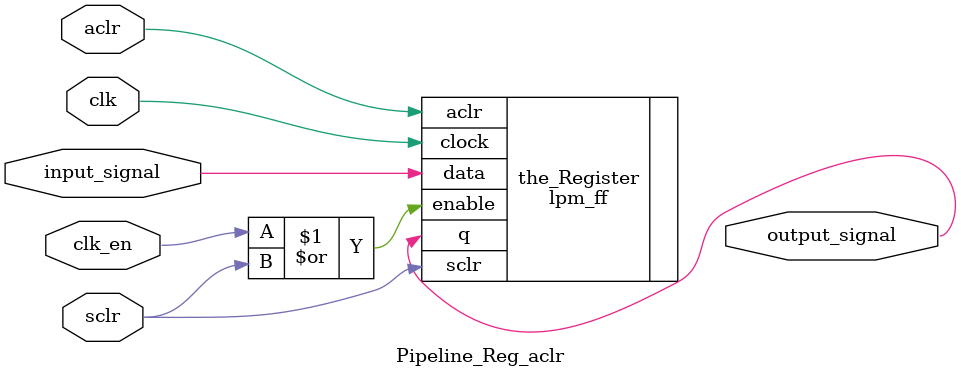
<source format=v>
/*****************************************************************************
 *                                                                           *
 * Module:       Pipeline_Reg                                                *
 * Description:                                                              *
 *      This module is a pipeline register.                                  *
 *                                                                           *
 *****************************************************************************/

// synthesis translate_off
`timescale 1ns / 100ps
// synthesis translate_on

/*
Pipeline_Reg Pipeline_Reg (
	// Inputs
	.clk			(clk),
	.clk_en			(),
	.reset_n		(reset_n),

	.input_signal	(),

	// Bidirectionals

	// Outputs
	.output_signal	()
);
*/

module Pipeline_Reg (
	// Inputs
	clk,
	clk_en,
	reset_n,

	input_signal,

	// Bidirectionals

	// Outputs
	output_signal
);

/*****************************************************************************
 *                           Parameter Declarations                          *
 *****************************************************************************/

parameter REG_SIZE		= 1;

/*****************************************************************************
 *                             Port Declarations                             *
 *****************************************************************************/
// Inputs
input					clk;
input					clk_en;
input					reset_n;

input	[REG_SIZE:1]	input_signal;

// Bidirectionals

// Outputs
output	[REG_SIZE:1]	output_signal;

/*****************************************************************************
 *                 Internal wires and registers Declarations                 *
 *****************************************************************************/
// Internal Wires

// Internal Registers

// State Machine Registers

/*****************************************************************************
 *                         Finite State Machine(s)                           *
 *****************************************************************************/

/*****************************************************************************
 *                             Sequential logic                              *
 *****************************************************************************/

/*****************************************************************************
 *                            Combinational logic                            *
 *****************************************************************************/

/*****************************************************************************
 *                              Internal Modules                             *
 *****************************************************************************/

lpm_ff	the_Register (
	.clock	(clk),
	.enable	(clk_en | ~reset_n),
	.sclr	(~reset_n),

	.data	(input_signal),

	.q		(output_signal)
	// synopsys translate_off
	,
	.sset	(),
	.aset	(),
	.aload	(),
	.aclr	(),
	.sload	()
	// synopsys translate_on
);
defparam
	the_Register.lpm_fftype	= "DFF",
	the_Register.lpm_type	= "LPM_FF",
	the_Register.lpm_width	= REG_SIZE;


endmodule

/*****************************************************************************
 *                                                                           *
 * Copyright (C) 2006 Blair Fort. All rights reserved.  Blair Fort assumes   *
 * no responsibility or liability arising out of the application or use of   *
 * any information, product, or service described herein except as expressly *
 * agreed to in writing by Blair Fort.                                       *
 *                                                                           *
 * This module is being provided on an "as-is" basis and as an accommodation *
 * and therefore all warranties, representations or guarantees of any kind   *
 * (whether express, implied or statutory) including, without limitation,    *
 * warranties of merchantability, non-infringement, or fitness for a         *
 * particular purpose, are specifically disclaimed.                          *
 *                                                                           *
 *****************************************************************************/


 
 
/*****************************************************************************
 *                                                                           *
 * Module:       Pipeline_Reg_aclr                                                *
 * Description:                                                              *
 *      This module is a pipeline register with async clear.                                  *
 *                                                                           *
 *****************************************************************************/
 
 module Pipeline_Reg_aclr (
	// Inputs
	clk,
	clk_en,
	// reset_n,
	aclr,
	sclr,

	input_signal,

	// Bidirectionals

	// Outputs
	output_signal
);

/*****************************************************************************
 *                           Parameter Declarations                          *
 *****************************************************************************/

parameter REG_SIZE		= 1;

/*****************************************************************************
 *                             Port Declarations                             *
 *****************************************************************************/
// Inputs
input					clk;
input					clk_en;
// input					reset_n;
input					aclr;
input					sclr;

input	[REG_SIZE:1]	input_signal;

// Bidirectionals

// Outputs
output	[REG_SIZE:1]	output_signal;

/*****************************************************************************
 *                 Internal wires and registers Declarations                 *
 *****************************************************************************/
// Internal Wires

// Internal Registers

// State Machine Registers

/*****************************************************************************
 *                         Finite State Machine(s)                           *
 *****************************************************************************/

/*****************************************************************************
 *                             Sequential logic                              *
 *****************************************************************************/

/*****************************************************************************
 *                            Combinational logic                            *
 *****************************************************************************/

/*****************************************************************************
 *                              Internal Modules                             *
 *****************************************************************************/

lpm_ff	the_Register (
	.clock	(clk),
	.enable	(clk_en | sclr),
	.aclr	(aclr),
	.sclr	(sclr),

	.data	(input_signal),

	.q		(output_signal)
	// synopsys translate_off
	,
	.sset	(),
	.aset	(),
	.aload	(),
	.sload	()
	// synopsys translate_on
);
defparam
	the_Register.lpm_fftype	= "DFF",
	the_Register.lpm_type	= "LPM_FF",
	the_Register.lpm_width	= REG_SIZE;


endmodule

</source>
